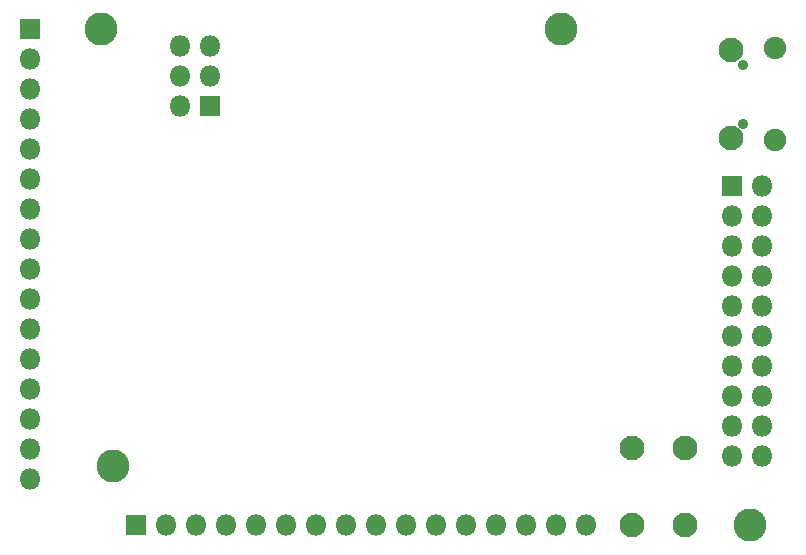
<source format=gbr>
%TF.GenerationSoftware,KiCad,Pcbnew,5.1.6-c6e7f7d~86~ubuntu20.04.1*%
%TF.CreationDate,2020-06-01T13:32:15+02:00*%
%TF.ProjectId,STM32103_Devel,53544d33-3231-4303-935f-446576656c2e,rev?*%
%TF.SameCoordinates,Original*%
%TF.FileFunction,Soldermask,Bot*%
%TF.FilePolarity,Negative*%
%FSLAX46Y46*%
G04 Gerber Fmt 4.6, Leading zero omitted, Abs format (unit mm)*
G04 Created by KiCad (PCBNEW 5.1.6-c6e7f7d~86~ubuntu20.04.1) date 2020-06-01 13:32:15*
%MOMM*%
%LPD*%
G01*
G04 APERTURE LIST*
%ADD10O,1.800000X1.800000*%
%ADD11R,1.800000X1.800000*%
%ADD12C,2.800000*%
%ADD13C,2.100000*%
%ADD14C,0.900000*%
%ADD15C,1.900000*%
G04 APERTURE END LIST*
D10*
%TO.C,J5*%
X151100000Y-116000000D03*
X148560000Y-116000000D03*
X146020000Y-116000000D03*
X143480000Y-116000000D03*
X140940000Y-116000000D03*
X138400000Y-116000000D03*
X135860000Y-116000000D03*
X133320000Y-116000000D03*
X130780000Y-116000000D03*
X128240000Y-116000000D03*
X125700000Y-116000000D03*
X123160000Y-116000000D03*
X120620000Y-116000000D03*
X118080000Y-116000000D03*
X115540000Y-116000000D03*
D11*
X113000000Y-116000000D03*
%TD*%
D10*
%TO.C,J3*%
X166002000Y-110180000D03*
X163462000Y-110180000D03*
X166002000Y-107640000D03*
X163462000Y-107640000D03*
X166002000Y-105100000D03*
X163462000Y-105100000D03*
X166002000Y-102560000D03*
X163462000Y-102560000D03*
X166002000Y-100020000D03*
X163462000Y-100020000D03*
X166002000Y-97480000D03*
X163462000Y-97480000D03*
X166002000Y-94940000D03*
X163462000Y-94940000D03*
X166002000Y-92400000D03*
X163462000Y-92400000D03*
X166002000Y-89860000D03*
X163462000Y-89860000D03*
X166002000Y-87320000D03*
D11*
X163462000Y-87320000D03*
%TD*%
D10*
%TO.C,J4*%
X104000000Y-112100000D03*
X104000000Y-109560000D03*
X104000000Y-107020000D03*
X104000000Y-104480000D03*
X104000000Y-101940000D03*
X104000000Y-99400000D03*
X104000000Y-96860000D03*
X104000000Y-94320000D03*
X104000000Y-91780000D03*
X104000000Y-89240000D03*
X104000000Y-86700000D03*
X104000000Y-84160000D03*
X104000000Y-81620000D03*
X104000000Y-79080000D03*
X104000000Y-76540000D03*
D11*
X104000000Y-74000000D03*
%TD*%
D12*
%TO.C,H4*%
X111000000Y-111000000D03*
%TD*%
%TO.C,H3*%
X110000000Y-74000000D03*
%TD*%
%TO.C,H2*%
X165000000Y-116000000D03*
%TD*%
%TO.C,H1*%
X149000000Y-74000000D03*
%TD*%
D13*
%TO.C,SW1*%
X155000000Y-109500000D03*
X159500000Y-109500000D03*
X155000000Y-116000000D03*
X159500000Y-116000000D03*
%TD*%
D14*
%TO.C,J2*%
X164376500Y-77009500D03*
X164376500Y-82009500D03*
D15*
X167126500Y-75634500D03*
X167126500Y-83384500D03*
D13*
X163326500Y-75784500D03*
X163326500Y-83234500D03*
%TD*%
D10*
%TO.C,J1*%
X116726000Y-75445500D03*
X119266000Y-75445500D03*
X116726000Y-77985500D03*
X119266000Y-77985500D03*
X116726000Y-80525500D03*
D11*
X119266000Y-80525500D03*
%TD*%
M02*

</source>
